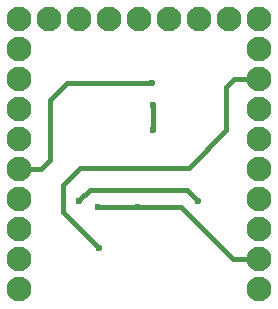
<source format=gbr>
G04 #@! TF.FileFunction,Copper,L2,Bot,Signal*
%FSLAX46Y46*%
G04 Gerber Fmt 4.6, Leading zero omitted, Abs format (unit mm)*
G04 Created by KiCad (PCBNEW 4.0.6) date 04/08/19 09:34:54*
%MOMM*%
%LPD*%
G01*
G04 APERTURE LIST*
%ADD10C,0.100000*%
%ADD11C,2.100000*%
%ADD12C,0.600000*%
%ADD13C,0.400000*%
G04 APERTURE END LIST*
D10*
D11*
X161569400Y-67843400D03*
X161569400Y-70383400D03*
X161569400Y-72923400D03*
X161569400Y-75463400D03*
X161569400Y-78003400D03*
X161569400Y-80543400D03*
X161569400Y-83083400D03*
X161569400Y-85623400D03*
X161569400Y-88163400D03*
X161569400Y-65303400D03*
X159029400Y-65303400D03*
X156489400Y-65303400D03*
X153949400Y-65303400D03*
X151409400Y-65303400D03*
X148869400Y-65303400D03*
X146329400Y-65303400D03*
X143789400Y-65303400D03*
X141249400Y-65303400D03*
X141249400Y-67843400D03*
X141249400Y-70383400D03*
X141249400Y-72923400D03*
X141249400Y-75463400D03*
X141249400Y-78003400D03*
X141249400Y-80543400D03*
X141249400Y-83083400D03*
X141249400Y-85623400D03*
X141249400Y-88163400D03*
D12*
X147941000Y-81225000D03*
X151301000Y-81215000D03*
X152527000Y-70739000D03*
X156361000Y-80655000D03*
X146361000Y-80655000D03*
X148011000Y-84655000D03*
X152551000Y-74705000D03*
X152551000Y-72525000D03*
D13*
X147941000Y-81225000D02*
X147951000Y-81215000D01*
X147951000Y-81215000D02*
X151301000Y-81215000D01*
X151301000Y-81215000D02*
X154971000Y-81215000D01*
X154971000Y-81215000D02*
X159379400Y-85623400D01*
X159379400Y-85623400D02*
X161569400Y-85623400D01*
X143103600Y-78003400D02*
X141249400Y-78003400D01*
X143891000Y-77216000D02*
X143103600Y-78003400D01*
X143891000Y-72136000D02*
X143891000Y-77216000D01*
X145288000Y-70739000D02*
X143891000Y-72136000D01*
X150876000Y-70739000D02*
X145288000Y-70739000D01*
X152527000Y-70739000D02*
X150876000Y-70739000D01*
X146361000Y-80645000D02*
X146361000Y-80655000D01*
X147261000Y-79745000D02*
X146361000Y-80645000D01*
X155451000Y-79745000D02*
X147261000Y-79745000D01*
X155451000Y-79745000D02*
X156361000Y-80655000D01*
X144951000Y-81605000D02*
X148011000Y-84665000D01*
X146411000Y-77915000D02*
X155601000Y-77915000D01*
X144951000Y-79375000D02*
X146411000Y-77915000D01*
X144951000Y-81605000D02*
X144951000Y-79375000D01*
X158801000Y-71025000D02*
X159442600Y-70383400D01*
X158801000Y-74715000D02*
X158801000Y-71025000D01*
X155601000Y-77915000D02*
X158801000Y-74715000D01*
X161569400Y-70383400D02*
X159442600Y-70383400D01*
X148011000Y-84665000D02*
X148011000Y-84655000D01*
X152551000Y-72525000D02*
X152551000Y-74705000D01*
M02*

</source>
